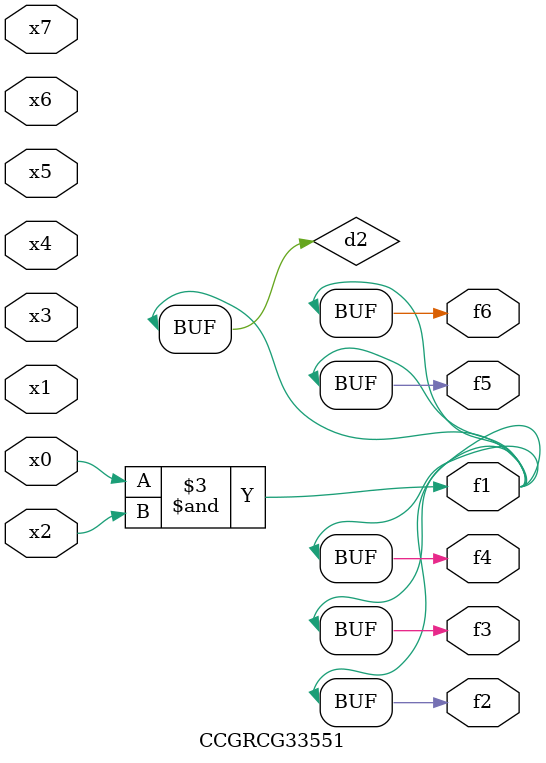
<source format=v>
module CCGRCG33551(
	input x0, x1, x2, x3, x4, x5, x6, x7,
	output f1, f2, f3, f4, f5, f6
);

	wire d1, d2;

	nor (d1, x3, x6);
	and (d2, x0, x2);
	assign f1 = d2;
	assign f2 = d2;
	assign f3 = d2;
	assign f4 = d2;
	assign f5 = d2;
	assign f6 = d2;
endmodule

</source>
